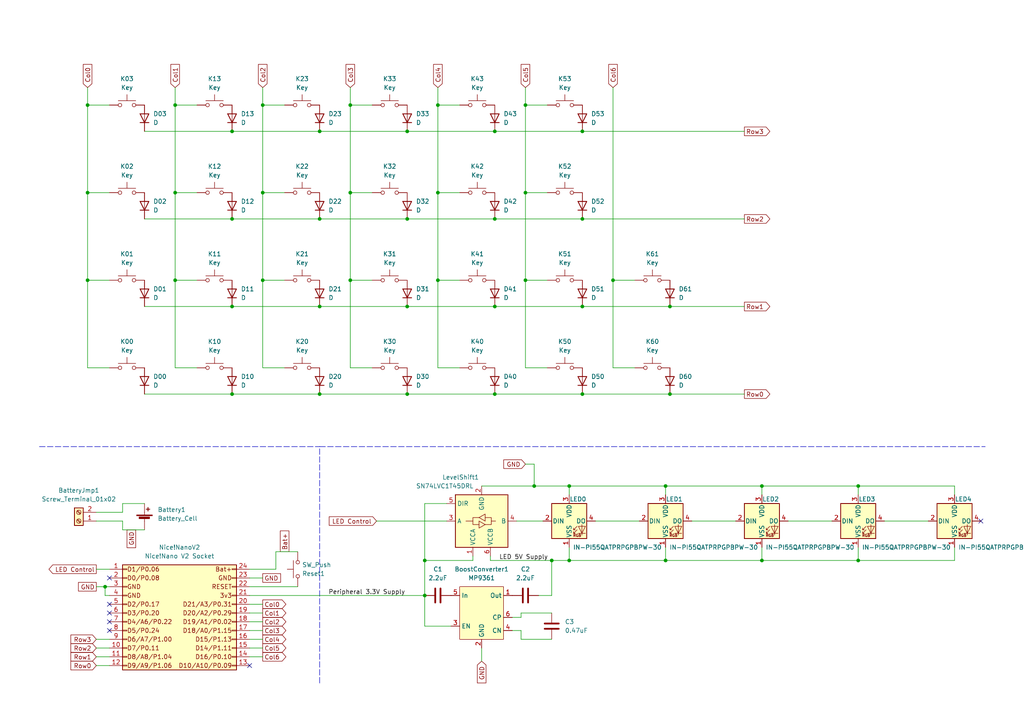
<source format=kicad_sch>
(kicad_sch (version 20211123) (generator eeschema)
  (paper "A4")
  (lib_symbols
    (symbol "Connector:Screw_Terminal_01x02" (pin_names (offset 1.016) hide)
      (property "Reference" "J" (at 0 2.54 0))
      (property "Value" "Screw_Terminal_01x02" (at 0 -5.08 0))
      (symbol "Screw_Terminal_01x02_1_1"
        (rectangle (start -1.27 1.27) (end 1.27 -3.81) (stroke (width 0.254)) (fill (type background)))
        (circle (center 0 -2.54) (radius 0.635) (stroke (width 0.1524)))
        (polyline (pts (xy -0.5334 -2.2098) (xy 0.3302 -3.048)) (stroke (width 0.1524)))
        (polyline (pts (xy -0.5334 0.3302) (xy 0.3302 -0.508)) (stroke (width 0.1524)))
        (polyline (pts (xy -0.3556 -2.032) (xy 0.508 -2.8702)) (stroke (width 0.1524)))
        (polyline (pts (xy -0.3556 0.508) (xy 0.508 -0.3302)) (stroke (width 0.1524)))
        (circle (center 0 0) (radius 0.635) (stroke (width 0.1524)))
        (pin passive line (at -5.08 0 0) (length 3.81) (name "Pin_1") (number "1"))
        (pin passive line (at -5.08 -2.54 0) (length 3.81) (name "Pin_2") (number "2"))
      )
    )
    (symbol "Connector_Generic:Conn_02x12_Counter_Clockwise" (pin_names (offset 1.016) hide)
      (property "Reference" "J1" (at 0 19.05 0))
      (property "Value" "Nice!Nano V2 Socket" (at 0 16.51 0))
      (symbol "Conn_02x12_Counter_Clockwise_0_0"
        (text "3v3" (at 16.51 5.08 0) (effects (font (size 1.27 1.27)) (justify right)))
        (text "Bat+" (at 16.51 12.7 0) (effects (font (size 1.27 1.27)) (justify right)))
        (text "D0/P0.08" (at -13.97 10.16 0) (effects (font (size 1.27 1.27)) (justify left)))
        (text "D1/P0.06" (at -13.97 12.7 0) (effects (font (size 1.27 1.27)) (justify left)))
        (text "D10/A10/P0.09" (at 16.51 -15.24 0) (effects (font (size 1.27 1.27)) (justify right)))
        (text "D14/P1.11" (at 16.51 -10.16 0) (effects (font (size 1.27 1.27)) (justify right)))
        (text "D15/P1.13" (at 16.51 -7.62 0) (effects (font (size 1.27 1.27)) (justify right)))
        (text "D16/P0.10" (at 16.51 -12.7 0) (effects (font (size 1.27 1.27)) (justify right)))
        (text "D18/A0/P1.15" (at 16.51 -5.08 0) (effects (font (size 1.27 1.27)) (justify right)))
        (text "D19/A1/P0.02" (at 16.51 -2.54 0) (effects (font (size 1.27 1.27)) (justify right)))
        (text "D2/P0.17" (at -13.97 2.54 0) (effects (font (size 1.27 1.27)) (justify left)))
        (text "D20/A2/P0.29" (at 16.51 0 0) (effects (font (size 1.27 1.27)) (justify right)))
        (text "D21/A3/P0.31" (at 16.51 2.54 0) (effects (font (size 1.27 1.27)) (justify right)))
        (text "D3/P0.20" (at -13.97 0 0) (effects (font (size 1.27 1.27)) (justify left)))
        (text "D4/A6/P0.22" (at -13.97 -2.54 0) (effects (font (size 1.27 1.27)) (justify left)))
        (text "D5/P0.24" (at -13.97 -5.08 0) (effects (font (size 1.27 1.27)) (justify left)))
        (text "D6/A7/P1.00" (at -13.97 -7.62 0) (effects (font (size 1.27 1.27)) (justify left)))
        (text "D7/P0.11" (at -13.97 -10.16 0) (effects (font (size 1.27 1.27)) (justify left)))
        (text "D8/A8/P1.04" (at -13.97 -12.7 0) (effects (font (size 1.27 1.27)) (justify left)))
        (text "D9/A9/P1.06" (at -13.97 -15.24 0) (effects (font (size 1.27 1.27)) (justify left)))
        (text "GND" (at -13.97 5.08 0) (effects (font (size 1.27 1.27)) (justify left)))
        (text "GND" (at -13.97 7.62 0) (effects (font (size 1.27 1.27)) (justify left)))
        (text "GND" (at 16.51 10.16 0) (effects (font (size 1.27 1.27)) (justify right)))
        (text "RESET" (at 16.51 7.62 0) (effects (font (size 1.27 1.27)) (justify right)))
      )
      (symbol "Conn_02x12_Counter_Clockwise_1_1"
        (rectangle (start -15.24 -15.113) (end -13.97 -15.367) (stroke (width 0.1524)))
        (rectangle (start -15.24 -12.573) (end -13.97 -12.827) (stroke (width 0.1524)))
        (rectangle (start -15.24 -10.033) (end -13.97 -10.287) (stroke (width 0.1524)))
        (rectangle (start -15.24 -7.493) (end -13.97 -7.747) (stroke (width 0.1524)))
        (rectangle (start -15.24 -4.953) (end -13.97 -5.207) (stroke (width 0.1524)))
        (rectangle (start -15.24 -2.413) (end -13.97 -2.667) (stroke (width 0.1524)))
        (rectangle (start -15.24 0.127) (end -13.97 -0.127) (stroke (width 0.1524)))
        (rectangle (start -15.24 2.667) (end -13.97 2.413) (stroke (width 0.1524)))
        (rectangle (start -15.24 5.207) (end -13.97 4.953) (stroke (width 0.1524)))
        (rectangle (start -15.24 7.747) (end -13.97 7.493) (stroke (width 0.1524)))
        (rectangle (start -15.24 10.287) (end -13.97 10.033) (stroke (width 0.1524)))
        (rectangle (start -15.24 12.827) (end -13.97 12.573) (stroke (width 0.1524)))
        (rectangle (start -15.24 13.97) (end 17.78 -16.51) (stroke (width 0.254)) (fill (type background)))
        (rectangle (start 17.78 -15.113) (end 16.51 -15.367) (stroke (width 0.1524)))
        (rectangle (start 17.78 -12.573) (end 16.51 -12.827) (stroke (width 0.1524)))
        (rectangle (start 17.78 -10.033) (end 16.51 -10.287) (stroke (width 0.1524)))
        (rectangle (start 17.78 -7.493) (end 16.51 -7.747) (stroke (width 0.1524)))
        (rectangle (start 17.78 -4.953) (end 16.51 -5.207) (stroke (width 0.1524)))
        (rectangle (start 17.78 -2.413) (end 16.51 -2.667) (stroke (width 0.1524)))
        (rectangle (start 17.78 0.127) (end 16.51 -0.127) (stroke (width 0.1524)))
        (rectangle (start 17.78 2.667) (end 16.51 2.413) (stroke (width 0.1524)))
        (rectangle (start 17.78 5.207) (end 16.51 4.953) (stroke (width 0.1524)))
        (rectangle (start 17.78 7.747) (end 16.51 7.493) (stroke (width 0.1524)))
        (rectangle (start 17.78 10.287) (end 16.51 10.033) (stroke (width 0.1524)))
        (rectangle (start 17.78 12.827) (end 16.51 12.573) (stroke (width 0.1524)))
        (pin passive line (at -19.05 12.7 0) (length 3.81) (name "Pin_1") (number "1"))
        (pin passive line (at -19.05 -10.16 0) (length 3.81) (name "Pin_10") (number "10"))
        (pin passive line (at -19.05 -12.7 0) (length 3.81) (name "Pin_11") (number "11"))
        (pin passive line (at -19.05 -15.24 0) (length 3.81) (name "Pin_12") (number "12"))
        (pin passive line (at 21.59 -15.24 180) (length 3.81) (name "Pin_13") (number "13"))
        (pin passive line (at 21.59 -12.7 180) (length 3.81) (name "Pin_14") (number "14"))
        (pin passive line (at 21.59 -10.16 180) (length 3.81) (name "Pin_15") (number "15"))
        (pin passive line (at 21.59 -7.62 180) (length 3.81) (name "Pin_16") (number "16"))
        (pin passive line (at 21.59 -5.08 180) (length 3.81) (name "Pin_17") (number "17"))
        (pin passive line (at 21.59 -2.54 180) (length 3.81) (name "Pin_18") (number "18"))
        (pin passive line (at 21.59 0 180) (length 3.81) (name "Pin_19") (number "19"))
        (pin passive line (at -19.05 10.16 0) (length 3.81) (name "Pin_2") (number "2"))
        (pin passive line (at 21.59 2.54 180) (length 3.81) (name "Pin_20") (number "20"))
        (pin passive line (at 21.59 5.08 180) (length 3.81) (name "Pin_21") (number "21"))
        (pin passive line (at 21.59 7.62 180) (length 3.81) (name "Pin_22") (number "22"))
        (pin passive line (at 21.59 10.16 180) (length 3.81) (name "Pin_23") (number "23"))
        (pin passive line (at 21.59 12.7 180) (length 3.81) (name "Pin_24") (number "24"))
        (pin passive line (at -19.05 7.62 0) (length 3.81) (name "Pin_3") (number "3"))
        (pin passive line (at -19.05 5.08 0) (length 3.81) (name "Pin_4") (number "4"))
        (pin passive line (at -19.05 2.54 0) (length 3.81) (name "Pin_5") (number "5"))
        (pin passive line (at -19.05 0 0) (length 3.81) (name "Pin_6") (number "6"))
        (pin passive line (at -19.05 -2.54 0) (length 3.81) (name "Pin_7") (number "7"))
        (pin passive line (at -19.05 -5.08 0) (length 3.81) (name "Pin_8") (number "8"))
        (pin passive line (at -19.05 -7.62 0) (length 3.81) (name "Pin_9") (number "9"))
      )
    )
    (symbol "Device:Battery_Cell" (pin_numbers hide) (pin_names (offset 0) hide)
      (property "Reference" "BT" (at 2.54 2.54 0))
      (property "Value" "Battery_Cell" (at 2.54 0 0))
      (symbol "Battery_Cell_0_1"
        (rectangle (start -2.286 1.778) (end 2.286 1.524) (fill (type outline)))
        (rectangle (start -1.5748 1.1938) (end 1.4732 0.6858) (fill (type outline)))
        (polyline (pts (xy 0 0.762) (xy 0 0)))
        (polyline (pts (xy 0 1.778) (xy 0 2.54)))
        (polyline (pts (xy 0.508 3.429) (xy 1.524 3.429)) (stroke (width 0.254)))
        (polyline (pts (xy 1.016 3.937) (xy 1.016 2.921)) (stroke (width 0.254)))
      )
      (symbol "Battery_Cell_1_1"
        (pin passive line (at 0 5.08 270) (length 2.54) (name "+") (number "1"))
        (pin passive line (at 0 -2.54 90) (length 2.54) (name "-") (number "2"))
      )
    )
    (symbol "Device:C" (pin_numbers hide) (pin_names (offset 0.254))
      (property "Reference" "C" (at 0.635 2.54 0))
      (property "Value" "C" (at 0.635 -2.54 0))
      (symbol "C_0_1"
        (polyline (pts (xy -2.032 -0.762) (xy 2.032 -0.762)) (stroke (width 0.508)))
        (polyline (pts (xy -2.032 0.762) (xy 2.032 0.762)) (stroke (width 0.508)))
      )
      (symbol "C_1_1"
        (pin passive line (at 0 3.81 270) (length 2.794) (name "~") (number "1"))
        (pin passive line (at 0 -3.81 90) (length 2.794) (name "~") (number "2"))
      )
    )
    (symbol "Device:D" (pin_numbers hide) (pin_names (offset 1.016) hide)
      (property "Reference" "D" (at 0 2.54 0))
      (property "Value" "D" (at 0 -2.54 0))
      (symbol "D_0_1"
        (polyline (pts (xy -1.27 1.27) (xy -1.27 -1.27)) (stroke (width 0.254)))
        (polyline (pts (xy 1.27 0) (xy -1.27 0)))
        (polyline (pts (xy 1.27 1.27) (xy 1.27 -1.27) (xy -1.27 0) (xy 1.27 1.27)) (stroke (width 0.254)))
      )
      (symbol "D_1_1"
        (pin passive line (at -3.81 0 0) (length 2.54) (name "K") (number "1"))
        (pin passive line (at 3.81 0 180) (length 2.54) (name "A") (number "2"))
      )
    )
    (symbol "LED:Inolux_IN-PI554FCH" (pin_names (offset 0.254))
      (property "Reference" "D" (at 5.08 5.715 0))
      (property "Value" "Inolux_IN-PI554FCH" (at 1.27 -5.715 0))
      (symbol "Inolux_IN-PI554FCH_0_0"
        (text "RGB" (at 2.286 -4.191 0) (effects (font (size 0.762 0.762))))
      )
      (symbol "Inolux_IN-PI554FCH_0_1"
        (polyline (pts (xy 1.27 -3.556) (xy 1.778 -3.556)))
        (polyline (pts (xy 1.27 -2.54) (xy 1.778 -2.54)))
        (polyline (pts (xy 4.699 -3.556) (xy 2.667 -3.556)))
        (polyline (pts (xy 2.286 -2.54) (xy 1.27 -3.556) (xy 1.27 -3.048)))
        (polyline (pts (xy 2.286 -1.524) (xy 1.27 -2.54) (xy 1.27 -2.032)))
        (polyline (pts (xy 3.683 -1.016) (xy 3.683 -3.556) (xy 3.683 -4.064)))
        (polyline (pts (xy 4.699 -1.524) (xy 2.667 -1.524) (xy 3.683 -3.556) (xy 4.699 -1.524)))
        (rectangle (start 5.08 5.08) (end -5.08 -5.08) (stroke (width 0.254)) (fill (type background)))
      )
      (symbol "Inolux_IN-PI554FCH_1_1"
        (pin power_in line (at 0 -7.62 90) (length 2.54) (name "VSS") (number "1"))
        (pin input line (at -7.62 0 0) (length 2.54) (name "DIN") (number "2"))
        (pin power_in line (at 0 7.62 270) (length 2.54) (name "VDD") (number "3"))
        (pin output line (at 7.62 0 180) (length 2.54) (name "DO") (number "4"))
      )
    )
    (symbol "Logic_LevelTranslator:SN74LVC1T45DRL"
      (property "Reference" "U" (at -6.35 8.89 0))
      (property "Value" "SN74LVC1T45DRL" (at 3.81 8.89 0))
      (symbol "SN74LVC1T45DRL_0_1"
        (rectangle (start -7.62 7.62) (end 7.62 -7.62) (stroke (width 0.254)) (fill (type background)))
        (polyline (pts (xy -2.54 0) (xy -2.54 1.016) (xy -0.762 1.016)))
        (polyline (pts (xy 2.794 0) (xy 2.794 -1.016) (xy 1.016 -1.016)))
        (polyline (pts (xy -0.762 -1.016) (xy -2.54 -1.016) (xy -2.54 0) (xy -4.572 0)))
        (polyline (pts (xy -0.762 0) (xy -0.762 2.032) (xy 1.016 1.016) (xy -0.762 0)))
        (polyline (pts (xy 1.016 1.016) (xy 2.794 1.016) (xy 2.794 0) (xy 4.064 0)))
        (polyline (pts (xy 1.016 0) (xy 1.016 -1.778) (xy 1.016 -2.032) (xy -0.762 -1.016) (xy 1.016 0)))
      )
      (symbol "SN74LVC1T45DRL_1_1"
        (pin power_in line (at -2.54 10.16 270) (length 2.54) (name "VCCA") (number "1"))
        (pin power_in line (at 0 -10.16 90) (length 2.54) (name "GND") (number "2"))
        (pin bidirectional line (at -10.16 0 0) (length 2.54) (name "A") (number "3"))
        (pin bidirectional line (at 10.16 0 180) (length 2.54) (name "B") (number "4"))
        (pin input line (at -10.16 -5.08 0) (length 2.54) (name "DIR") (number "5"))
        (pin power_in line (at 2.54 10.16 270) (length 2.54) (name "VCCB") (number "6"))
      )
    )
    (symbol "SVastaCustomParts:MP9361"
      (property "Reference" "BoostConverter1" (at 0 2.54 0))
      (property "Value" "MP9361" (at 0 0 0))
      (symbol "MP9361_0_1"
        (rectangle (start -6.35 -2.54) (end 6.35 -17.78) (fill (type background)))
      )
      (symbol "MP9361_1_1"
        (pin power_out line (at 8.89 -5.08 180) (length 2.54) (name "Out") (number "1"))
        (pin passive line (at 0 -20.32 90) (length 2.54) (name "GND") (number "2"))
        (pin power_in line (at -8.89 -13.97 0) (length 2.54) (name "EN") (number "3"))
        (pin passive line (at 8.89 -15.24 180) (length 2.54) (name "CN") (number "4"))
        (pin power_in line (at -8.89 -5.08 0) (length 2.54) (name "In") (number "5"))
        (pin passive line (at 8.89 -11.43 180) (length 2.54) (name "CP") (number "6"))
      )
    )
    (symbol "Switch:SW_Push" (pin_numbers hide) (pin_names (offset 1.016) hide)
      (property "Reference" "SW" (at 1.27 2.54 0))
      (property "Value" "SW_Push" (at 0 -1.524 0))
      (symbol "SW_Push_0_1"
        (circle (center -2.032 0) (radius 0.508))
        (polyline (pts (xy 0 1.27) (xy 0 3.048)))
        (polyline (pts (xy 2.54 1.27) (xy -2.54 1.27)))
        (circle (center 2.032 0) (radius 0.508))
        (pin passive line (at -5.08 0 0) (length 2.54) (name "1") (number "1"))
        (pin passive line (at 5.08 0 180) (length 2.54) (name "2") (number "2"))
      )
    )
  )
  (junction (at 118.11 114.3))
  (junction (at 152.4 30.48))
  (junction (at 92.71 88.9))
  (junction (at 127 30.48))
  (junction (at 118.11 38.1))
  (junction (at 168.91 63.5))
  (junction (at 165.1 162.56))
  (junction (at 168.91 114.3))
  (junction (at 248.92 140.97))
  (junction (at 194.31 88.9))
  (junction (at 25.4 30.48))
  (junction (at 143.51 114.3))
  (junction (at 50.8 30.48))
  (junction (at 168.91 88.9))
  (junction (at 67.31 38.1))
  (junction (at 67.31 114.3))
  (junction (at 50.8 81.28))
  (junction (at 154.94 140.97))
  (junction (at 193.04 162.56))
  (junction (at 152.4 81.28))
  (junction (at 76.2 81.28))
  (junction (at 127 55.88))
  (junction (at 92.71 38.1))
  (junction (at 67.31 88.9))
  (junction (at 143.51 63.5))
  (junction (at 152.4 55.88))
  (junction (at 101.6 81.28))
  (junction (at 165.1 140.97))
  (junction (at 30.48 170.18))
  (junction (at 127 81.28))
  (junction (at 160.02 162.56))
  (junction (at 76.2 30.48))
  (junction (at 76.2 55.88))
  (junction (at 193.04 140.97))
  (junction (at 92.71 63.5))
  (junction (at 67.31 63.5))
  (junction (at 248.92 162.56))
  (junction (at 143.51 88.9))
  (junction (at 194.31 114.3))
  (junction (at 168.91 38.1))
  (junction (at 220.98 140.97))
  (junction (at 118.11 63.5))
  (junction (at 25.4 55.88))
  (junction (at 118.11 88.9))
  (junction (at 123.19 162.56))
  (junction (at 143.51 38.1))
  (junction (at 92.71 114.3))
  (junction (at 177.8 81.28))
  (junction (at 101.6 30.48))
  (junction (at 123.19 172.72))
  (junction (at 220.98 162.56))
  (junction (at 50.8 55.88))
  (junction (at 25.4 81.28))
  (junction (at 101.6 55.88))
  (no_connect (at 31.75 167.64))
  (no_connect (at 284.48 151.13))
  (no_connect (at 72.39 193.04))
  (no_connect (at 31.75 182.88))
  (no_connect (at 31.75 177.8))
  (no_connect (at 31.75 180.34))
  (no_connect (at 31.75 175.26))
  (wire (pts (xy 76.2 25.4) (xy 76.2 30.48)))
  (wire (pts (xy 80.01 165.1) (xy 80.01 160.02)))
  (wire (pts (xy 193.04 158.75) (xy 193.04 162.56)))
  (wire (pts (xy 27.94 165.1) (xy 31.75 165.1)))
  (wire (pts (xy 156.21 172.72) (xy 160.02 172.72)))
  (wire (pts (xy 27.94 148.59) (xy 35.56 148.59)))
  (wire (pts (xy 27.94 151.13) (xy 35.56 151.13)))
  (wire (pts (xy 25.4 55.88) (xy 25.4 81.28)))
  (wire (pts (xy 127 55.88) (xy 133.35 55.88)))
  (wire (pts (xy 92.71 63.5) (xy 118.11 63.5)))
  (wire (pts (xy 76.2 55.88) (xy 76.2 81.28)))
  (wire (pts (xy 154.94 140.97) (xy 165.1 140.97)))
  (wire (pts (xy 31.75 172.72) (xy 30.48 172.72)))
  (wire (pts (xy 220.98 140.97) (xy 220.98 143.51)))
  (wire (pts (xy 152.4 30.48) (xy 152.4 55.88)))
  (wire (pts (xy 151.13 185.42) (xy 160.02 185.42)))
  (wire (pts (xy 152.4 81.28) (xy 152.4 106.68)))
  (wire (pts (xy 41.91 38.1) (xy 67.31 38.1)))
  (wire (pts (xy 25.4 30.48) (xy 31.75 30.48)))
  (wire (pts (xy 276.86 140.97) (xy 276.86 143.51)))
  (wire (pts (xy 92.71 114.3) (xy 118.11 114.3)))
  (wire (pts (xy 200.66 151.13) (xy 213.36 151.13)))
  (wire (pts (xy 172.72 151.13) (xy 185.42 151.13)))
  (wire (pts (xy 123.19 146.05) (xy 123.19 162.56)))
  (wire (pts (xy 50.8 106.68) (xy 57.15 106.68)))
  (wire (pts (xy 27.94 185.42) (xy 31.75 185.42)))
  (wire (pts (xy 41.91 88.9) (xy 67.31 88.9)))
  (wire (pts (xy 72.39 187.96) (xy 76.2 187.96)))
  (wire (pts (xy 165.1 140.97) (xy 193.04 140.97)))
  (wire (pts (xy 151.13 177.8) (xy 160.02 177.8)))
  (wire (pts (xy 165.1 162.56) (xy 193.04 162.56)))
  (wire (pts (xy 25.4 81.28) (xy 31.75 81.28)))
  (wire (pts (xy 41.91 63.5) (xy 67.31 63.5)))
  (wire (pts (xy 148.59 179.07) (xy 151.13 179.07)))
  (wire (pts (xy 118.11 38.1) (xy 143.51 38.1)))
  (wire (pts (xy 72.39 185.42) (xy 76.2 185.42)))
  (wire (pts (xy 220.98 162.56) (xy 248.92 162.56)))
  (wire (pts (xy 127 81.28) (xy 133.35 81.28)))
  (wire (pts (xy 67.31 114.3) (xy 92.71 114.3)))
  (wire (pts (xy 177.8 106.68) (xy 184.15 106.68)))
  (wire (pts (xy 152.4 134.62) (xy 154.94 134.62)))
  (wire (pts (xy 130.81 181.61) (xy 123.19 181.61)))
  (wire (pts (xy 72.39 177.8) (xy 76.2 177.8)))
  (wire (pts (xy 276.86 162.56) (xy 276.86 158.75)))
  (wire (pts (xy 143.51 63.5) (xy 168.91 63.5)))
  (wire (pts (xy 27.94 187.96) (xy 31.75 187.96)))
  (wire (pts (xy 193.04 140.97) (xy 193.04 143.51)))
  (wire (pts (xy 123.19 162.56) (xy 123.19 172.72)))
  (wire (pts (xy 50.8 25.4) (xy 50.8 30.48)))
  (wire (pts (xy 143.51 38.1) (xy 168.91 38.1)))
  (wire (pts (xy 148.59 182.88) (xy 151.13 182.88)))
  (wire (pts (xy 67.31 63.5) (xy 92.71 63.5)))
  (wire (pts (xy 92.71 88.9) (xy 118.11 88.9)))
  (wire (pts (xy 152.4 55.88) (xy 152.4 81.28)))
  (wire (pts (xy 101.6 81.28) (xy 107.95 81.28)))
  (wire (pts (xy 76.2 30.48) (xy 76.2 55.88)))
  (wire (pts (xy 25.4 55.88) (xy 31.75 55.88)))
  (wire (pts (xy 248.92 140.97) (xy 276.86 140.97)))
  (wire (pts (xy 118.11 63.5) (xy 143.51 63.5)))
  (wire (pts (xy 143.51 114.3) (xy 168.91 114.3)))
  (polyline (pts (xy 92.71 198.12) (xy 92.71 129.54)))
  (wire (pts (xy 72.39 165.1) (xy 80.01 165.1)))
  (polyline (pts (xy 11.43 129.54) (xy 92.71 129.54)))
  (wire (pts (xy 127 30.48) (xy 133.35 30.48)))
  (wire (pts (xy 248.92 158.75) (xy 248.92 162.56)))
  (wire (pts (xy 168.91 114.3) (xy 194.31 114.3)))
  (wire (pts (xy 72.39 167.64) (xy 76.2 167.64)))
  (wire (pts (xy 50.8 55.88) (xy 50.8 81.28)))
  (wire (pts (xy 127 30.48) (xy 127 55.88)))
  (wire (pts (xy 220.98 158.75) (xy 220.98 162.56)))
  (wire (pts (xy 193.04 140.97) (xy 220.98 140.97)))
  (wire (pts (xy 25.4 81.28) (xy 25.4 106.68)))
  (wire (pts (xy 168.91 63.5) (xy 215.9 63.5)))
  (wire (pts (xy 92.71 38.1) (xy 118.11 38.1)))
  (polyline (pts (xy 92.71 129.54) (xy 285.75 129.54)))
  (wire (pts (xy 35.56 151.13) (xy 35.56 153.67)))
  (wire (pts (xy 41.91 114.3) (xy 67.31 114.3)))
  (wire (pts (xy 142.24 162.56) (xy 160.02 162.56)))
  (wire (pts (xy 76.2 81.28) (xy 76.2 106.68)))
  (wire (pts (xy 101.6 81.28) (xy 101.6 106.68)))
  (wire (pts (xy 101.6 55.88) (xy 101.6 81.28)))
  (wire (pts (xy 101.6 30.48) (xy 101.6 55.88)))
  (wire (pts (xy 160.02 172.72) (xy 160.02 162.56)))
  (wire (pts (xy 151.13 179.07) (xy 151.13 177.8)))
  (wire (pts (xy 50.8 30.48) (xy 50.8 55.88)))
  (wire (pts (xy 129.54 146.05) (xy 123.19 146.05)))
  (wire (pts (xy 177.8 81.28) (xy 184.15 81.28)))
  (wire (pts (xy 165.1 158.75) (xy 165.1 162.56)))
  (wire (pts (xy 109.22 151.13) (xy 129.54 151.13)))
  (wire (pts (xy 248.92 140.97) (xy 248.92 143.51)))
  (wire (pts (xy 193.04 162.56) (xy 220.98 162.56)))
  (wire (pts (xy 149.86 151.13) (xy 157.48 151.13)))
  (wire (pts (xy 127 55.88) (xy 127 81.28)))
  (wire (pts (xy 127 106.68) (xy 133.35 106.68)))
  (wire (pts (xy 139.7 140.97) (xy 154.94 140.97)))
  (wire (pts (xy 72.39 180.34) (xy 76.2 180.34)))
  (wire (pts (xy 35.56 146.05) (xy 35.56 148.59)))
  (wire (pts (xy 72.39 170.18) (xy 86.36 170.18)))
  (wire (pts (xy 27.94 193.04) (xy 31.75 193.04)))
  (wire (pts (xy 41.91 146.05) (xy 35.56 146.05)))
  (wire (pts (xy 165.1 140.97) (xy 165.1 143.51)))
  (wire (pts (xy 67.31 88.9) (xy 92.71 88.9)))
  (wire (pts (xy 30.48 172.72) (xy 30.48 170.18)))
  (wire (pts (xy 25.4 30.48) (xy 25.4 55.88)))
  (wire (pts (xy 50.8 81.28) (xy 57.15 81.28)))
  (wire (pts (xy 152.4 106.68) (xy 158.75 106.68)))
  (wire (pts (xy 248.92 162.56) (xy 276.86 162.56)))
  (wire (pts (xy 25.4 106.68) (xy 31.75 106.68)))
  (wire (pts (xy 72.39 175.26) (xy 76.2 175.26)))
  (wire (pts (xy 152.4 30.48) (xy 158.75 30.48)))
  (wire (pts (xy 101.6 106.68) (xy 107.95 106.68)))
  (wire (pts (xy 76.2 30.48) (xy 82.55 30.48)))
  (wire (pts (xy 152.4 25.4) (xy 152.4 30.48)))
  (wire (pts (xy 152.4 81.28) (xy 158.75 81.28)))
  (wire (pts (xy 101.6 30.48) (xy 107.95 30.48)))
  (wire (pts (xy 72.39 190.5) (xy 76.2 190.5)))
  (wire (pts (xy 127 25.4) (xy 127 30.48)))
  (wire (pts (xy 30.48 170.18) (xy 31.75 170.18)))
  (wire (pts (xy 25.4 25.4) (xy 25.4 30.48)))
  (wire (pts (xy 101.6 25.4) (xy 101.6 30.48)))
  (wire (pts (xy 27.94 170.18) (xy 30.48 170.18)))
  (wire (pts (xy 154.94 134.62) (xy 154.94 140.97)))
  (wire (pts (xy 127 81.28) (xy 127 106.68)))
  (wire (pts (xy 101.6 55.88) (xy 107.95 55.88)))
  (wire (pts (xy 76.2 81.28) (xy 82.55 81.28)))
  (wire (pts (xy 160.02 162.56) (xy 165.1 162.56)))
  (wire (pts (xy 67.31 38.1) (xy 92.71 38.1)))
  (wire (pts (xy 50.8 30.48) (xy 57.15 30.48)))
  (wire (pts (xy 76.2 55.88) (xy 82.55 55.88)))
  (wire (pts (xy 143.51 88.9) (xy 168.91 88.9)))
  (wire (pts (xy 152.4 55.88) (xy 158.75 55.88)))
  (wire (pts (xy 35.56 153.67) (xy 41.91 153.67)))
  (wire (pts (xy 50.8 55.88) (xy 57.15 55.88)))
  (wire (pts (xy 142.24 161.29) (xy 142.24 162.56)))
  (wire (pts (xy 27.94 190.5) (xy 31.75 190.5)))
  (wire (pts (xy 76.2 106.68) (xy 82.55 106.68)))
  (wire (pts (xy 177.8 25.4) (xy 177.8 81.28)))
  (wire (pts (xy 168.91 38.1) (xy 215.9 38.1)))
  (wire (pts (xy 118.11 88.9) (xy 143.51 88.9)))
  (wire (pts (xy 137.16 162.56) (xy 137.16 161.29)))
  (wire (pts (xy 80.01 160.02) (xy 86.36 160.02)))
  (wire (pts (xy 168.91 88.9) (xy 194.31 88.9)))
  (wire (pts (xy 220.98 140.97) (xy 248.92 140.97)))
  (wire (pts (xy 177.8 81.28) (xy 177.8 106.68)))
  (wire (pts (xy 50.8 81.28) (xy 50.8 106.68)))
  (wire (pts (xy 123.19 162.56) (xy 137.16 162.56)))
  (wire (pts (xy 151.13 182.88) (xy 151.13 185.42)))
  (wire (pts (xy 72.39 172.72) (xy 123.19 172.72)))
  (wire (pts (xy 72.39 182.88) (xy 76.2 182.88)))
  (wire (pts (xy 194.31 114.3) (xy 215.9 114.3)))
  (wire (pts (xy 228.6 151.13) (xy 241.3 151.13)))
  (wire (pts (xy 256.54 151.13) (xy 269.24 151.13)))
  (wire (pts (xy 194.31 88.9) (xy 215.9 88.9)))
  (wire (pts (xy 118.11 114.3) (xy 143.51 114.3)))
  (wire (pts (xy 123.19 172.72) (xy 123.19 181.61)))
  (wire (pts (xy 139.7 187.96) (xy 139.7 191.77)))
  (label "LED 5V Supply" (at 144.78 162.56 0))
  (label "Peripheral 3.3V Supply" (at 95.25 172.72 0))
  (global_label "Col2" (shape output) (at 76.2 180.34 0) (property "Intersheet References" "${INTERSHEET_REFS}" (effects hide)))
  (global_label "Col0" (shape input) (at 25.4 25.4 90) (property "Intersheet References" "${INTERSHEET_REFS}" (effects hide)))
  (global_label "LED Control" (shape output) (at 27.94 165.1 180) (property "Intersheet References" "${INTERSHEET_REFS}" (effects hide)))
  (global_label "Row1" (shape output) (at 215.9 88.9 0) (property "Intersheet References" "${INTERSHEET_REFS}" (effects hide)))
  (global_label "Col5" (shape input) (at 152.4 25.4 90) (property "Intersheet References" "${INTERSHEET_REFS}" (effects hide)))
  (global_label "Bat+" (shape passive) (at 82.55 160.02 90) (property "Intersheet References" "${INTERSHEET_REFS}" (effects hide)))
  (global_label "Col3" (shape output) (at 76.2 182.88 0) (property "Intersheet References" "${INTERSHEET_REFS}" (effects hide)))
  (global_label "Col3" (shape input) (at 101.6 25.4 90) (property "Intersheet References" "${INTERSHEET_REFS}" (effects hide)))
  (global_label "Row2" (shape output) (at 215.9 63.5 0) (property "Intersheet References" "${INTERSHEET_REFS}" (effects hide)))
  (global_label "GND" (shape input) (at 139.7 191.77 270) (property "Intersheet References" "${INTERSHEET_REFS}" (effects hide)))
  (global_label "GND" (shape input) (at 152.4 134.62 180) (property "Intersheet References" "${INTERSHEET_REFS}" (effects hide)))
  (global_label "GND" (shape passive) (at 27.94 170.18 180) (property "Intersheet References" "${INTERSHEET_REFS}" (effects hide)))
  (global_label "Col0" (shape output) (at 76.2 175.26 0) (property "Intersheet References" "${INTERSHEET_REFS}" (effects hide)))
  (global_label "Row0" (shape input) (at 27.94 193.04 180) (property "Intersheet References" "${INTERSHEET_REFS}" (effects hide)))
  (global_label "Col2" (shape input) (at 76.2 25.4 90) (property "Intersheet References" "${INTERSHEET_REFS}" (effects hide)))
  (global_label "LED Control" (shape input) (at 109.22 151.13 180) (property "Intersheet References" "${INTERSHEET_REFS}" (effects hide)))
  (global_label "Col4" (shape input) (at 127 25.4 90) (property "Intersheet References" "${INTERSHEET_REFS}" (effects hide)))
  (global_label "GND" (shape passive) (at 38.1 153.67 270) (property "Intersheet References" "${INTERSHEET_REFS}" (effects hide)))
  (global_label "Col1" (shape output) (at 76.2 177.8 0) (property "Intersheet References" "${INTERSHEET_REFS}" (effects hide)))
  (global_label "Row3" (shape output) (at 215.9 38.1 0) (property "Intersheet References" "${INTERSHEET_REFS}" (effects hide)))
  (global_label "Row3" (shape input) (at 27.94 185.42 180) (property "Intersheet References" "${INTERSHEET_REFS}" (effects hide)))
  (global_label "Col4" (shape output) (at 76.2 185.42 0) (property "Intersheet References" "${INTERSHEET_REFS}" (effects hide)))
  (global_label "Row0" (shape output) (at 215.9 114.3 0) (property "Intersheet References" "${INTERSHEET_REFS}" (effects hide)))
  (global_label "Col6" (shape input) (at 177.8 25.4 90) (property "Intersheet References" "${INTERSHEET_REFS}" (effects hide)))
  (global_label "GND" (shape passive) (at 76.2 167.64 0) (property "Intersheet References" "${INTERSHEET_REFS}" (effects hide)))
  (global_label "Row2" (shape input) (at 27.94 187.96 180) (property "Intersheet References" "${INTERSHEET_REFS}" (effects hide)))
  (global_label "Col1" (shape input) (at 50.8 25.4 90) (property "Intersheet References" "${INTERSHEET_REFS}" (effects hide)))
  (global_label "Col6" (shape output) (at 76.2 190.5 0) (property "Intersheet References" "${INTERSHEET_REFS}" (effects hide)))
  (global_label "Row1" (shape input) (at 27.94 190.5 180) (property "Intersheet References" "${INTERSHEET_REFS}" (effects hide)))
  (global_label "Col5" (shape output) (at 76.2 187.96 0) (property "Intersheet References" "${INTERSHEET_REFS}" (effects hide)))
  (symbol (lib_id "Device:D") (at 143.51 85.09 90) (unit 1)
    (property "Reference" "D41" (at 146.05 83.8199 90) (effects (justify right)))
    (property "Value" "D" (at 146.05 86.3599 90) (effects (justify right)))
    (property "Footprint" "SVastaCustomParts:D_MiniMELF_Handsoldering_Shorter_Pads_DoubleSided" (effects hide))
  )
  (symbol (lib_id "Device:D") (at 143.51 59.69 90) (unit 1)
    (property "Reference" "D42" (at 146.05 58.4199 90) (effects (justify right)))
    (property "Value" "D" (at 146.05 60.9599 90) (effects (justify right)))
    (property "Footprint" "SVastaCustomParts:D_MiniMELF_Handsoldering_Shorter_Pads_DoubleSided" (effects hide))
  )
  (symbol (lib_id "Switch:SW_Push") (at 36.83 30.48 0) (unit 1)
    (property "Reference" "K03" (at 36.83 22.86 0))
    (property "Value" "Key" (at 36.83 25.4 0))
    (property "Footprint" "SVastaCustomParts:Kailh_socket_reversible" (effects hide))
  )
  (symbol (lib_id "Switch:SW_Push") (at 138.43 106.68 0) (unit 1)
    (property "Reference" "K40" (at 138.43 99.06 0))
    (property "Value" "Key" (at 138.43 101.6 0))
    (property "Footprint" "SVastaCustomParts:Kailh_socket_reversible" (effects hide))
  )
  (symbol (lib_id "Switch:SW_Push") (at 163.83 30.48 0) (unit 1)
    (property "Reference" "K53" (at 163.83 22.86 0))
    (property "Value" "Key" (at 163.83 25.4 0))
    (property "Footprint" "SVastaCustomParts:Kailh_socket_reversible" (effects hide))
  )
  (symbol (lib_id "Connector:Screw_Terminal_01x02") (at 22.86 151.13 180) (unit 1)
    (property "Reference" "BatteryJmp1" (at 22.86 142.24 0))
    (property "Value" "Screw_Terminal_01x02" (at 22.86 144.78 0))
    (property "Footprint" "TerminalBlock:TerminalBlock_bornier-2_P5.08mm" (effects hide))
  )
  (symbol (lib_id "Device:D") (at 92.71 59.69 90) (unit 1)
    (property "Reference" "D22" (at 95.25 58.4199 90) (effects (justify right)))
    (property "Value" "D" (at 95.25 60.9599 90) (effects (justify right)))
    (property "Footprint" "SVastaCustomParts:D_MiniMELF_Handsoldering_Shorter_Pads_DoubleSided" (effects hide))
  )
  (symbol (lib_id "Device:D") (at 143.51 34.29 90) (unit 1)
    (property "Reference" "D43" (at 146.05 33.0199 90) (effects (justify right)))
    (property "Value" "D" (at 146.05 35.5599 90) (effects (justify right)))
    (property "Footprint" "SVastaCustomParts:D_MiniMELF_Handsoldering_Shorter_Pads_DoubleSided" (effects hide))
  )
  (symbol (lib_id "Switch:SW_Push") (at 87.63 55.88 0) (unit 1)
    (property "Reference" "K22" (at 87.63 48.26 0))
    (property "Value" "Key" (at 87.63 50.8 0))
    (property "Footprint" "SVastaCustomParts:Kailh_socket_reversible" (effects hide))
  )
  (symbol (lib_id "Switch:SW_Push") (at 163.83 55.88 0) (unit 1)
    (property "Reference" "K52" (at 163.83 48.26 0))
    (property "Value" "Key" (at 163.83 50.8 0))
    (property "Footprint" "SVastaCustomParts:Kailh_socket_reversible" (effects hide))
  )
  (symbol (lib_id "Switch:SW_Push") (at 113.03 30.48 0) (unit 1)
    (property "Reference" "K33" (at 113.03 22.86 0))
    (property "Value" "Key" (at 113.03 25.4 0))
    (property "Footprint" "SVastaCustomParts:Kailh_socket_reversible" (effects hide))
  )
  (symbol (lib_id "LED:Inolux_IN-PI554FCH") (at 165.1 151.13 0) (unit 1)
    (property "Reference" "LED0" (at 167.64 144.78 0))
    (property "Value" "IN-PI55QATPRPGPBPW-30" (at 179.07 158.75 0))
    (property "Footprint" "LED_SMD:LED_Inolux_IN-PI554FCH_PLCC4_5.0x5.0mm_P3.2mm" (effects hide))
    (property "Datasheet" "http://www.inolux-corp.com/datasheet/SMDLED/Addressable%20LED/IN-PI554FCH.pdf" (effects hide))
  )
  (symbol (lib_id "Device:D") (at 92.71 85.09 90) (unit 1)
    (property "Reference" "D21" (at 95.25 83.8199 90) (effects (justify right)))
    (property "Value" "D" (at 95.25 86.3599 90) (effects (justify right)))
    (property "Footprint" "SVastaCustomParts:D_MiniMELF_Handsoldering_Shorter_Pads_DoubleSided" (effects hide))
  )
  (symbol (lib_id "Switch:SW_Push") (at 87.63 106.68 0) (unit 1)
    (property "Reference" "K20" (at 87.63 99.06 0))
    (property "Value" "Key" (at 87.63 101.6 0))
    (property "Footprint" "SVastaCustomParts:Kailh_socket_reversible" (effects hide))
  )
  (symbol (lib_id "Device:C") (at 160.02 181.61 0) (unit 1)
    (property "Reference" "C3" (at 163.83 180.3399 0) (effects (justify left)))
    (property "Value" "0.47uF" (at 163.83 182.8799 0) (effects (justify left)))
    (property "Footprint" "Capacitor_SMD:C_0805_2012Metric_Pad1.18x1.45mm_HandSolder" (effects hide))
  )
  (symbol (lib_id "Switch:SW_Push") (at 62.23 55.88 0) (unit 1)
    (property "Reference" "K12" (at 62.23 48.26 0))
    (property "Value" "Key" (at 62.23 50.8 0))
    (property "Footprint" "SVastaCustomParts:Kailh_socket_reversible" (effects hide))
  )
  (symbol (lib_id "Device:D") (at 67.31 85.09 90) (unit 1)
    (property "Reference" "D11" (at 69.85 83.8199 90) (effects (justify right)))
    (property "Value" "D" (at 69.85 86.3599 90) (effects (justify right)))
    (property "Footprint" "SVastaCustomParts:D_MiniMELF_Handsoldering_Shorter_Pads_DoubleSided" (effects hide))
  )
  (symbol (lib_id "LED:Inolux_IN-PI554FCH") (at 248.92 151.13 0) (unit 1)
    (property "Reference" "LED3" (at 251.46 144.78 0))
    (property "Value" "IN-PI55QATPRPGPBPW-30" (at 262.89 158.75 0))
    (property "Footprint" "LED_SMD:LED_Inolux_IN-PI554FCH_PLCC4_5.0x5.0mm_P3.2mm" (effects hide))
    (property "Datasheet" "http://www.inolux-corp.com/datasheet/SMDLED/Addressable%20LED/IN-PI554FCH.pdf" (effects hide))
  )
  (symbol (lib_id "SVastaCustomParts:MP9361") (at 139.7 167.64 0) (unit 1)
    (property "Reference" "BoostConverter1" (at 139.7 165.1 0))
    (property "Value" "MP9361" (at 139.7 167.64 0))
    (property "Footprint" "Package_TO_SOT_SMD:SOT-23-6" (effects hide))
    (property "Datasheet" "https://www.monolithicpower.com/en/documentview/productdocument/index/version/2/document_type/datasheet/lang/en/sku/MP9361DJ-LF-Z/document_id/1192" (effects hide))
  )
  (symbol (lib_id "Switch:SW_Push") (at 86.36 165.1 90) (unit 1)
    (property "Reference" "Reset1" (at 87.63 166.37 90) (effects (justify right)))
    (property "Value" "SW_Push" (at 87.63 163.83 90) (effects (justify right)))
    (property "Footprint" "Button_Switch_THT:SW_PUSH_6mm" (effects hide))
  )
  (symbol (lib_id "Switch:SW_Push") (at 113.03 55.88 0) (unit 1)
    (property "Reference" "K32" (at 113.03 48.26 0))
    (property "Value" "Key" (at 113.03 50.8 0))
    (property "Footprint" "SVastaCustomParts:Kailh_socket_reversible" (effects hide))
  )
  (symbol (lib_id "Switch:SW_Push") (at 113.03 81.28 0) (unit 1)
    (property "Reference" "K31" (at 113.03 73.66 0))
    (property "Value" "Key" (at 113.03 76.2 0))
    (property "Footprint" "SVastaCustomParts:Kailh_socket_reversible" (effects hide))
  )
  (symbol (lib_id "Switch:SW_Push") (at 62.23 106.68 0) (unit 1)
    (property "Reference" "K10" (at 62.23 99.06 0))
    (property "Value" "Key" (at 62.23 101.6 0))
    (property "Footprint" "SVastaCustomParts:Kailh_socket_reversible" (effects hide))
  )
  (symbol (lib_id "Device:D") (at 118.11 34.29 90) (unit 1)
    (property "Reference" "D33" (at 120.65 33.0199 90) (effects (justify right)))
    (property "Value" "D" (at 120.65 35.5599 90) (effects (justify right)))
    (property "Footprint" "SVastaCustomParts:D_MiniMELF_Handsoldering_Shorter_Pads_DoubleSided" (effects hide))
  )
  (symbol (lib_id "Switch:SW_Push") (at 189.23 106.68 0) (unit 1)
    (property "Reference" "K60" (at 189.23 99.06 0))
    (property "Value" "Key" (at 189.23 101.6 0))
    (property "Footprint" "SVastaCustomParts:Kailh_socket_reversible" (effects hide))
  )
  (symbol (lib_id "Device:D") (at 168.91 110.49 90) (unit 1)
    (property "Reference" "D50" (at 171.45 109.2199 90) (effects (justify right)))
    (property "Value" "D" (at 171.45 111.7599 90) (effects (justify right)))
    (property "Footprint" "SVastaCustomParts:D_MiniMELF_Handsoldering_Shorter_Pads_DoubleSided" (effects hide))
  )
  (symbol (lib_id "Switch:SW_Push") (at 138.43 81.28 0) (unit 1)
    (property "Reference" "K41" (at 138.43 73.66 0))
    (property "Value" "Key" (at 138.43 76.2 0))
    (property "Footprint" "SVastaCustomParts:Kailh_socket_reversible" (effects hide))
  )
  (symbol (lib_id "Device:D") (at 194.31 110.49 90) (unit 1)
    (property "Reference" "D60" (at 196.85 109.2199 90) (effects (justify right)))
    (property "Value" "D" (at 196.85 111.7599 90) (effects (justify right)))
    (property "Footprint" "SVastaCustomParts:D_MiniMELF_Handsoldering_Shorter_Pads_DoubleSided" (effects hide))
  )
  (symbol (lib_id "Switch:SW_Push") (at 87.63 30.48 0) (unit 1)
    (property "Reference" "K23" (at 87.63 22.86 0))
    (property "Value" "Key" (at 87.63 25.4 0))
    (property "Footprint" "SVastaCustomParts:Kailh_socket_reversible" (effects hide))
  )
  (symbol (lib_id "Switch:SW_Push") (at 36.83 81.28 0) (unit 1)
    (property "Reference" "K01" (at 36.83 73.66 0))
    (property "Value" "Key" (at 36.83 76.2 0))
    (property "Footprint" "SVastaCustomParts:Kailh_socket_reversible" (effects hide))
  )
  (symbol (lib_id "Device:D") (at 67.31 34.29 90) (unit 1)
    (property "Reference" "D13" (at 69.85 33.0199 90) (effects (justify right)))
    (property "Value" "D" (at 69.85 35.5599 90) (effects (justify right)))
    (property "Footprint" "SVastaCustomParts:D_MiniMELF_Handsoldering_Shorter_Pads_DoubleSided" (effects hide))
  )
  (symbol (lib_id "Device:D") (at 41.91 59.69 90) (unit 1)
    (property "Reference" "D02" (at 44.45 58.4199 90) (effects (justify right)))
    (property "Value" "D" (at 44.45 60.9599 90) (effects (justify right)))
    (property "Footprint" "SVastaCustomParts:D_MiniMELF_Handsoldering_Shorter_Pads_DoubleSided" (effects hide))
  )
  (symbol (lib_id "Logic_LevelTranslator:SN74LVC1T45DRL") (at 139.7 151.13 0) (mirror x) (unit 1)
    (property "Reference" "LevelShift1" (at 128.27 138.43 0) (effects (justify left)))
    (property "Value" "SN74LVC1T45DRL" (at 120.65 140.97 0) (effects (justify left)))
    (property "Footprint" "Package_TO_SOT_SMD:SOT-563" (effects hide))
    (property "Datasheet" "http://www.ti.com/lit/ds/symlink/sn74lvc1t45.pdf" (effects hide))
  )
  (symbol (lib_id "Device:D") (at 41.91 85.09 90) (unit 1)
    (property "Reference" "D01" (at 44.45 83.8199 90) (effects (justify right)))
    (property "Value" "D" (at 44.45 86.3599 90) (effects (justify right)))
    (property "Footprint" "SVastaCustomParts:D_MiniMELF_Handsoldering_Shorter_Pads_DoubleSided" (effects hide))
  )
  (symbol (lib_id "Device:D") (at 67.31 110.49 90) (unit 1)
    (property "Reference" "D10" (at 69.85 109.2199 90) (effects (justify right)))
    (property "Value" "D" (at 69.85 111.7599 90) (effects (justify right)))
    (property "Footprint" "SVastaCustomParts:D_MiniMELF_Handsoldering_Shorter_Pads_DoubleSided" (effects hide))
  )
  (symbol (lib_id "Connector_Generic:Conn_02x12_Counter_Clockwise") (at 50.8 177.8 0) (unit 1)
    (property "Reference" "Nice!NanoV2" (at 52.07 158.75 0))
    (property "Value" "Nice!Nano V2 Socket" (at 52.07 161.29 0))
    (property "Footprint" "Package_DIP:DIP-24_W15.24mm_Socket" (effects hide))
  )
  (symbol (lib_id "Switch:SW_Push") (at 189.23 81.28 0) (unit 1)
    (property "Reference" "K61" (at 189.23 73.66 0))
    (property "Value" "Key" (at 189.23 76.2 0))
    (property "Footprint" "SVastaCustomParts:Kailh_socket_reversible" (effects hide))
  )
  (symbol (lib_id "Device:D") (at 168.91 59.69 90) (unit 1)
    (property "Reference" "D52" (at 171.45 58.4199 90) (effects (justify right)))
    (property "Value" "D" (at 171.45 60.9599 90) (effects (justify right)))
    (property "Footprint" "SVastaCustomParts:D_MiniMELF_Handsoldering_Shorter_Pads_DoubleSided" (effects hide))
  )
  (symbol (lib_id "Device:D") (at 118.11 85.09 90) (unit 1)
    (property "Reference" "D31" (at 120.65 83.8199 90) (effects (justify right)))
    (property "Value" "D" (at 120.65 86.3599 90) (effects (justify right)))
    (property "Footprint" "SVastaCustomParts:D_MiniMELF_Handsoldering_Shorter_Pads_DoubleSided" (effects hide))
  )
  (symbol (lib_id "Switch:SW_Push") (at 113.03 106.68 0) (unit 1)
    (property "Reference" "K30" (at 113.03 99.06 0))
    (property "Value" "Key" (at 113.03 101.6 0))
    (property "Footprint" "SVastaCustomParts:Kailh_socket_reversible" (effects hide))
  )
  (symbol (lib_id "Device:D") (at 118.11 59.69 90) (unit 1)
    (property "Reference" "D32" (at 120.65 58.4199 90) (effects (justify right)))
    (property "Value" "D" (at 120.65 60.9599 90) (effects (justify right)))
    (property "Footprint" "SVastaCustomParts:D_MiniMELF_Handsoldering_Shorter_Pads_DoubleSided" (effects hide))
  )
  (symbol (lib_id "Device:D") (at 41.91 110.49 90) (unit 1)
    (property "Reference" "D00" (at 44.45 109.2199 90) (effects (justify right)))
    (property "Value" "D" (at 44.45 111.7599 90) (effects (justify right)))
    (property "Footprint" "SVastaCustomParts:D_MiniMELF_Handsoldering_Shorter_Pads_DoubleSided" (effects hide))
  )
  (symbol (lib_id "Device:Battery_Cell") (at 41.91 151.13 0) (unit 1)
    (property "Reference" "Battery1" (at 45.72 147.8279 0) (effects (justify left)))
    (property "Value" "Battery_Cell" (at 45.72 150.3679 0) (effects (justify left)))
    (property "Footprint" "SVastaCustomParts:Battery Holder THT AA 1 Cell Keystone 1087" (effects hide))
    (property "Datasheet" "https://www.keyelco.com/userAssets/file/M65p24.pdf" (effects hide))
  )
  (symbol (lib_id "LED:Inolux_IN-PI554FCH") (at 276.86 151.13 0) (unit 1)
    (property "Reference" "LED4" (at 279.4 144.78 0))
    (property "Value" "IN-PI55QATPRPGPBPW-30" (at 290.83 158.75 0))
    (property "Footprint" "LED_SMD:LED_Inolux_IN-PI554FCH_PLCC4_5.0x5.0mm_P3.2mm" (effects hide))
    (property "Datasheet" "http://www.inolux-corp.com/datasheet/SMDLED/Addressable%20LED/IN-PI554FCH.pdf" (effects hide))
  )
  (symbol (lib_id "Switch:SW_Push") (at 62.23 81.28 0) (unit 1)
    (property "Reference" "K11" (at 62.23 73.66 0))
    (property "Value" "Key" (at 62.23 76.2 0))
    (property "Footprint" "SVastaCustomParts:Kailh_socket_reversible" (effects hide))
  )
  (symbol (lib_id "Device:D") (at 92.71 110.49 90) (unit 1)
    (property "Reference" "D20" (at 95.25 109.2199 90) (effects (justify right)))
    (property "Value" "D" (at 95.25 111.7599 90) (effects (justify right)))
    (property "Footprint" "SVastaCustomParts:D_MiniMELF_Handsoldering_Shorter_Pads_DoubleSided" (effects hide))
  )
  (symbol (lib_id "Switch:SW_Push") (at 36.83 106.68 0) (unit 1)
    (property "Reference" "K00" (at 36.83 99.06 0))
    (property "Value" "Key" (at 36.83 101.6 0))
    (property "Footprint" "SVastaCustomParts:Kailh_socket_reversible" (effects hide))
  )
  (symbol (lib_id "Switch:SW_Push") (at 163.83 81.28 0) (unit 1)
    (property "Reference" "K51" (at 163.83 73.66 0))
    (property "Value" "Key" (at 163.83 76.2 0))
    (property "Footprint" "SVastaCustomParts:Kailh_socket_reversible" (effects hide))
  )
  (symbol (lib_id "Device:D") (at 168.91 85.09 90) (unit 1)
    (property "Reference" "D51" (at 171.45 83.8199 90) (effects (justify right)))
    (property "Value" "D" (at 171.45 86.3599 90) (effects (justify right)))
    (property "Footprint" "SVastaCustomParts:D_MiniMELF_Handsoldering_Shorter_Pads_DoubleSided" (effects hide))
  )
  (symbol (lib_id "Switch:SW_Push") (at 62.23 30.48 0) (unit 1)
    (property "Reference" "K13" (at 62.23 22.86 0))
    (property "Value" "Key" (at 62.23 25.4 0))
    (property "Footprint" "SVastaCustomParts:Kailh_socket_reversible" (effects hide))
  )
  (symbol (lib_id "Device:D") (at 143.51 110.49 90) (unit 1)
    (property "Reference" "D40" (at 146.05 109.2199 90) (effects (justify right)))
    (property "Value" "D" (at 146.05 111.7599 90) (effects (justify right)))
    (property "Footprint" "SVastaCustomParts:D_MiniMELF_Handsoldering_Shorter_Pads_DoubleSided" (effects hide))
  )
  (symbol (lib_id "Switch:SW_Push") (at 87.63 81.28 0) (unit 1)
    (property "Reference" "K21" (at 87.63 73.66 0))
    (property "Value" "Key" (at 87.63 76.2 0))
    (property "Footprint" "SVastaCustomParts:Kailh_socket_reversible" (effects hide))
  )
  (symbol (lib_id "Device:D") (at 118.11 110.49 90) (unit 1)
    (property "Reference" "D30" (at 120.65 109.2199 90) (effects (justify right)))
    (property "Value" "D" (at 120.65 111.7599 90) (effects (justify right)))
    (property "Footprint" "SVastaCustomParts:D_MiniMELF_Handsoldering_Shorter_Pads_DoubleSided" (effects hide))
  )
  (symbol (lib_id "Switch:SW_Push") (at 138.43 55.88 0) (unit 1)
    (property "Reference" "K42" (at 138.43 48.26 0))
    (property "Value" "Key" (at 138.43 50.8 0))
    (property "Footprint" "SVastaCustomParts:Kailh_socket_reversible" (effects hide))
  )
  (symbol (lib_id "Device:C") (at 127 172.72 90) (unit 1)
    (property "Reference" "C1" (at 127 165.1 90))
    (property "Value" "2.2uF" (at 127 167.64 90))
    (property "Footprint" "Capacitor_SMD:C_0805_2012Metric_Pad1.18x1.45mm_HandSolder" (effects hide))
  )
  (symbol (lib_id "Device:D") (at 41.91 34.29 90) (unit 1)
    (property "Reference" "D03" (at 44.45 33.0199 90) (effects (justify right)))
    (property "Value" "D" (at 44.45 35.5599 90) (effects (justify right)))
    (property "Footprint" "SVastaCustomParts:D_MiniMELF_Handsoldering_Shorter_Pads_DoubleSided" (effects hide))
  )
  (symbol (lib_id "Device:D") (at 194.31 85.09 90) (unit 1)
    (property "Reference" "D61" (at 196.85 83.8199 90) (effects (justify right)))
    (property "Value" "D" (at 196.85 86.3599 90) (effects (justify right)))
    (property "Footprint" "SVastaCustomParts:D_MiniMELF_Handsoldering_Shorter_Pads_DoubleSided" (effects hide))
  )
  (symbol (lib_id "LED:Inolux_IN-PI554FCH") (at 220.98 151.13 0) (unit 1)
    (property "Reference" "LED2" (at 223.52 144.78 0))
    (property "Value" "IN-PI55QATPRPGPBPW-30" (at 234.95 158.75 0))
    (property "Footprint" "LED_SMD:LED_Inolux_IN-PI554FCH_PLCC4_5.0x5.0mm_P3.2mm" (effects hide))
    (property "Datasheet" "http://www.inolux-corp.com/datasheet/SMDLED/Addressable%20LED/IN-PI554FCH.pdf" (effects hide))
  )
  (symbol (lib_id "Device:D") (at 168.91 34.29 90) (unit 1)
    (property "Reference" "D53" (at 171.45 33.0199 90) (effects (justify right)))
    (property "Value" "D" (at 171.45 35.5599 90) (effects (justify right)))
    (property "Footprint" "SVastaCustomParts:D_MiniMELF_Handsoldering_Shorter_Pads_DoubleSided" (effects hide))
  )
  (symbol (lib_id "Device:D") (at 67.31 59.69 90) (unit 1)
    (property "Reference" "D12" (at 69.85 58.4199 90) (effects (justify right)))
    (property "Value" "D" (at 69.85 60.9599 90) (effects (justify right)))
    (property "Footprint" "SVastaCustomParts:D_MiniMELF_Handsoldering_Shorter_Pads_DoubleSided" (effects hide))
  )
  (symbol (lib_id "Device:C") (at 152.4 172.72 90) (unit 1)
    (property "Reference" "C2" (at 152.4 165.1 90))
    (property "Value" "2.2uF" (at 152.4 167.64 90))
    (property "Footprint" "Capacitor_SMD:C_0805_2012Metric_Pad1.18x1.45mm_HandSolder" (effects hide))
  )
  (symbol (lib_id "LED:Inolux_IN-PI554FCH") (at 193.04 151.13 0) (unit 1)
    (property "Reference" "LED1" (at 195.58 144.78 0))
    (property "Value" "IN-PI55QATPRPGPBPW-30" (at 207.01 158.75 0))
    (property "Footprint" "LED_SMD:LED_Inolux_IN-PI554FCH_PLCC4_5.0x5.0mm_P3.2mm" (effects hide))
    (property "Datasheet" "http://www.inolux-corp.com/datasheet/SMDLED/Addressable%20LED/IN-PI554FCH.pdf" (effects hide))
  )
  (symbol (lib_id "Switch:SW_Push") (at 163.83 106.68 0) (unit 1)
    (property "Reference" "K50" (at 163.83 99.06 0))
    (property "Value" "Key" (at 163.83 101.6 0))
    (property "Footprint" "SVastaCustomParts:Kailh_socket_reversible" (effects hide))
  )
  (symbol (lib_id "Device:D") (at 92.71 34.29 90) (unit 1)
    (property "Reference" "D23" (at 95.25 33.0199 90) (effects (justify right)))
    (property "Value" "D" (at 95.25 35.5599 90) (effects (justify right)))
    (property "Footprint" "SVastaCustomParts:D_MiniMELF_Handsoldering_Shorter_Pads_DoubleSided" (effects hide))
  )
  (symbol (lib_id "Switch:SW_Push") (at 138.43 30.48 0) (unit 1)
    (property "Reference" "K43" (at 138.43 22.86 0))
    (property "Value" "Key" (at 138.43 25.4 0))
    (property "Footprint" "SVastaCustomParts:Kailh_socket_reversible" (effects hide))
  )
  (symbol (lib_id "Switch:SW_Push") (at 36.83 55.88 0) (unit 1)
    (property "Reference" "K02" (at 36.83 48.26 0))
    (property "Value" "Key" (at 36.83 50.8 0))
    (property "Footprint" "SVastaCustomParts:Kailh_socket_reversible" (effects hide))
  )
)
</source>
